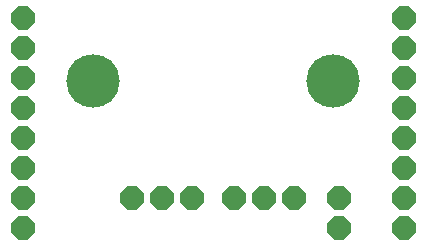
<source format=gts>
G75*
%MOIN*%
%OFA0B0*%
%FSLAX25Y25*%
%IPPOS*%
%LPD*%
%AMOC8*
5,1,8,0,0,1.08239X$1,22.5*
%
%ADD10OC8,0.07800*%
%ADD11OC8,0.07887*%
%ADD12C,0.17792*%
D10*
X0011500Y0011000D03*
X0011500Y0021000D03*
X0011500Y0031000D03*
X0011500Y0041000D03*
X0011500Y0051000D03*
X0011500Y0061000D03*
X0011500Y0071000D03*
X0011500Y0081000D03*
X0138500Y0081000D03*
X0138500Y0071000D03*
X0138500Y0061000D03*
X0138500Y0051000D03*
X0138500Y0041000D03*
X0138500Y0031000D03*
X0138500Y0021000D03*
X0138500Y0011000D03*
D11*
X0117000Y0011000D03*
X0117000Y0021000D03*
X0102000Y0021000D03*
X0092000Y0021000D03*
X0082000Y0021000D03*
X0068000Y0021000D03*
X0058000Y0021000D03*
X0048000Y0021000D03*
D12*
X0035000Y0060000D03*
X0115000Y0060000D03*
M02*

</source>
